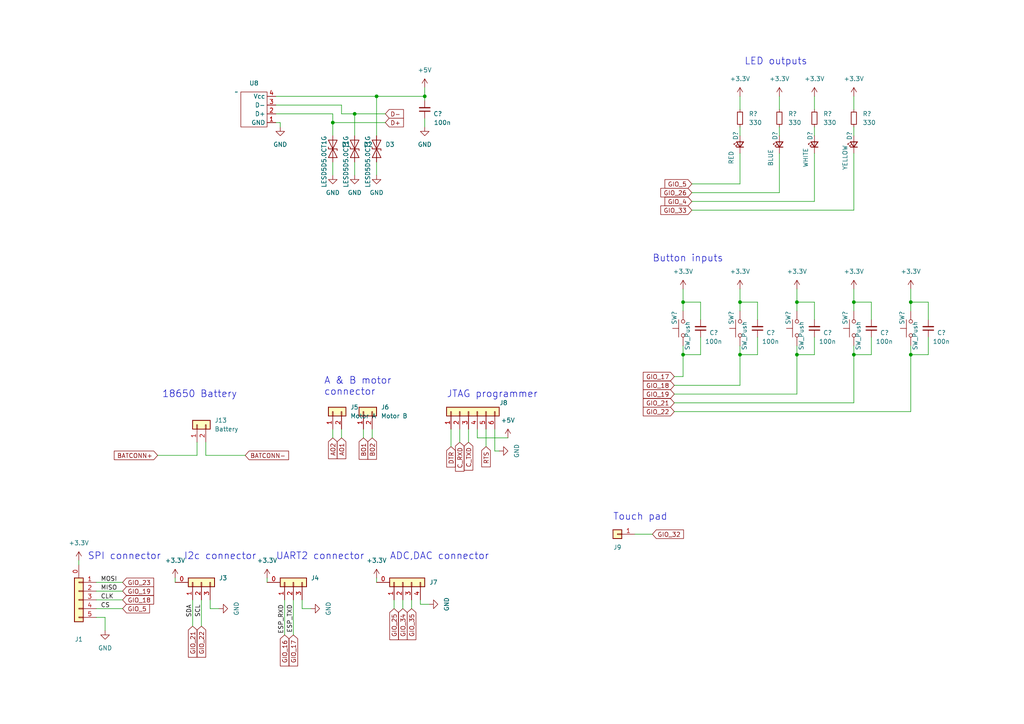
<source format=kicad_sch>
(kicad_sch (version 20230121) (generator eeschema)
  (paper "A4")
  (lib_symbols
    (symbol "Conn_01x03_1" (pin_names (offset 1.016) hide)
      (property "Reference" "J3" (at 1.27 -5.08 90))
      (symbol "Conn_01x03_1_1_1"
        (rectangle (start -1.27 -2.413) (end 0 -2.667) (stroke (width 0.1524)))
        (rectangle (start -1.27 0.127) (end 0 -0.127) (stroke (width 0.1524)))
        (rectangle (start -1.27 2.667) (end 0 2.413) (stroke (width 0.1524)))
        (rectangle (start -1.27 3.81) (end 1.27 -3.81) (stroke (width 0.254)) (fill (type background)))
        (pin passive line (at 0 7.62 270) (length 3.81) (name "Pin_1") (number "0"))
        (pin passive line (at -5.08 2.54 0) (length 3.81) (name "Pin_1") (number "1"))
        (pin passive line (at -5.08 0 0) (length 3.81) (name "Pin_2") (number "2"))
        (pin passive line (at -5.08 -2.54 0) (length 3.81) (name "Pin_3") (number "3"))
      )
    )
    (symbol "Connector_Generic:Conn_01x01" (pin_names (offset 1.016) hide)
      (property "Reference" "J" (at 0 2.54 0))
      (property "Value" "Conn_01x01" (at 0 -2.54 0))
      (symbol "Conn_01x01_1_1"
        (rectangle (start -1.27 0.127) (end 0 -0.127) (stroke (width 0.1524)))
        (rectangle (start -1.27 1.27) (end 1.27 -1.27) (stroke (width 0.254)) (fill (type background)))
        (pin passive line (at -5.08 0 0) (length 3.81) (name "Pin_1") (number "1"))
      )
    )
    (symbol "Connector_Generic:Conn_01x02" (pin_names (offset 1.016) hide)
      (property "Reference" "J" (at 0 2.54 0))
      (property "Value" "Conn_01x02" (at 0 -5.08 0))
      (symbol "Conn_01x02_1_1"
        (rectangle (start -1.27 -2.413) (end 0 -2.667) (stroke (width 0.1524)))
        (rectangle (start -1.27 0.127) (end 0 -0.127) (stroke (width 0.1524)))
        (rectangle (start -1.27 1.27) (end 1.27 -3.81) (stroke (width 0.254)) (fill (type background)))
        (pin passive line (at -5.08 0 0) (length 3.81) (name "Pin_1") (number "1"))
        (pin passive line (at -5.08 -2.54 0) (length 3.81) (name "Pin_2") (number "2"))
      )
    )
    (symbol "Connector_Generic:Conn_01x03" (pin_names (offset 1.016) hide)
      (property "Reference" "J4" (at 1.27 -5.08 90))
      (symbol "Conn_01x03_1_1"
        (rectangle (start -1.27 -2.413) (end 0 -2.667) (stroke (width 0.1524)))
        (rectangle (start -1.27 0.127) (end 0 -0.127) (stroke (width 0.1524)))
        (rectangle (start -1.27 2.667) (end 0 2.413) (stroke (width 0.1524)))
        (rectangle (start -1.27 3.81) (end 1.27 -3.81) (stroke (width 0.254)) (fill (type background)))
        (pin passive line (at 0 7.62 270) (length 3.81) (name "Pin_1") (number "0"))
        (pin passive line (at -5.08 2.54 0) (length 3.81) (name "Pin_1") (number "1"))
        (pin passive line (at -5.08 0 0) (length 3.81) (name "Pin_2") (number "2"))
        (pin passive line (at -5.08 -2.54 0) (length 3.81) (name "Pin_3") (number "3"))
      )
    )
    (symbol "Connector_Generic:Conn_01x04" (pin_names (offset 1.016) hide)
      (property "Reference" "J7" (at 0 -8.89 90))
      (symbol "Conn_01x04_1_1"
        (rectangle (start -1.27 -4.953) (end 0 -5.207) (stroke (width 0.1524)))
        (rectangle (start -1.27 -2.413) (end 0 -2.667) (stroke (width 0.1524)))
        (rectangle (start -1.27 0.127) (end 0 -0.127) (stroke (width 0.1524)))
        (rectangle (start -1.27 2.667) (end 0 2.413) (stroke (width 0.1524)))
        (rectangle (start -1.27 3.81) (end 1.27 -6.35) (stroke (width 0.254)) (fill (type background)))
        (pin passive line (at 0 7.62 270) (length 3.81) (name "Pin_1") (number "0"))
        (pin passive line (at -5.08 2.54 0) (length 3.81) (name "Pin_1") (number "1"))
        (pin passive line (at -5.08 0 0) (length 3.81) (name "Pin_2") (number "2"))
        (pin passive line (at -5.08 -2.54 0) (length 3.81) (name "Pin_3") (number "3"))
        (pin passive line (at -5.08 -5.08 0) (length 3.81) (name "Pin_4") (number "4"))
      )
    )
    (symbol "Connector_Generic:Conn_01x05" (pin_names (offset 1.016) hide)
      (property "Reference" "J1" (at 0 -11.43 0))
      (symbol "Conn_01x05_1_1"
        (rectangle (start -1.27 -4.953) (end 0 -5.207) (stroke (width 0.1524)))
        (rectangle (start -1.27 -2.413) (end 0 -2.667) (stroke (width 0.1524)))
        (rectangle (start -1.27 0.127) (end 0 -0.127) (stroke (width 0.1524)))
        (rectangle (start -1.27 2.667) (end 0 2.413) (stroke (width 0.1524)))
        (rectangle (start -1.27 5.207) (end 0 4.953) (stroke (width 0.1524)))
        (rectangle (start -1.27 6.35) (end 1.27 -6.35) (stroke (width 0.254)) (fill (type background)))
        (pin passive line (at 0 10.16 270) (length 3.81) (name "Pin_1") (number "0"))
        (pin passive line (at -5.08 5.08 0) (length 3.81) (name "Pin_1") (number "1"))
        (pin passive line (at -5.08 2.54 0) (length 3.81) (name "Pin_2") (number "2"))
        (pin passive line (at -5.08 0 0) (length 3.81) (name "Pin_3") (number "3"))
        (pin passive line (at -5.08 -2.54 0) (length 3.81) (name "Pin_4") (number "4"))
        (pin passive line (at -5.08 -5.08 0) (length 3.81) (name "Pin_5") (number "5"))
      )
    )
    (symbol "Connector_Generic:Conn_01x06" (pin_names (offset 1.016) hide)
      (property "Reference" "J" (at 0 7.62 0))
      (property "Value" "Conn_01x06" (at 0 -10.16 0))
      (symbol "Conn_01x06_1_1"
        (rectangle (start -1.27 -7.493) (end 0 -7.747) (stroke (width 0.1524)))
        (rectangle (start -1.27 -4.953) (end 0 -5.207) (stroke (width 0.1524)))
        (rectangle (start -1.27 -2.413) (end 0 -2.667) (stroke (width 0.1524)))
        (rectangle (start -1.27 0.127) (end 0 -0.127) (stroke (width 0.1524)))
        (rectangle (start -1.27 2.667) (end 0 2.413) (stroke (width 0.1524)))
        (rectangle (start -1.27 5.207) (end 0 4.953) (stroke (width 0.1524)))
        (rectangle (start -1.27 6.35) (end 1.27 -8.89) (stroke (width 0.254)) (fill (type background)))
        (pin passive line (at -5.08 5.08 0) (length 3.81) (name "Pin_1") (number "1"))
        (pin passive line (at -5.08 2.54 0) (length 3.81) (name "Pin_2") (number "2"))
        (pin passive line (at -5.08 0 0) (length 3.81) (name "Pin_3") (number "3"))
        (pin passive line (at -5.08 -2.54 0) (length 3.81) (name "Pin_4") (number "4"))
        (pin passive line (at -5.08 -5.08 0) (length 3.81) (name "Pin_5") (number "5"))
        (pin passive line (at -5.08 -7.62 0) (length 3.81) (name "Pin_6") (number "6"))
      )
    )
    (symbol "Device:C_Small" (pin_numbers hide) (pin_names (offset 0.254) hide)
      (property "Reference" "C" (at 0.254 1.778 0))
      (property "Value" "C_Small" (at 0.254 -2.032 0))
      (symbol "C_Small_0_1"
        (polyline (pts (xy -1.524 -0.508) (xy 1.524 -0.508)) (stroke (width 0.3302)))
        (polyline (pts (xy -1.524 0.508) (xy 1.524 0.508)) (stroke (width 0.3048)))
      )
      (symbol "C_Small_1_1"
        (pin passive line (at 0 2.54 270) (length 2.032) (name "~") (number "1"))
        (pin passive line (at 0 -2.54 90) (length 2.032) (name "~") (number "2"))
      )
    )
    (symbol "Device:LED_Small" (pin_numbers hide) (pin_names (offset 0.254) hide)
      (property "Reference" "D" (at -1.27 3.175 0))
      (property "Value" "LED_Small" (at -4.445 -2.54 0))
      (symbol "LED_Small_0_1"
        (polyline (pts (xy -0.762 -1.016) (xy -0.762 1.016)) (stroke (width 0.254)))
        (polyline (pts (xy 1.016 0) (xy -0.762 0)))
        (polyline (pts (xy 0.762 -1.016) (xy -0.762 0) (xy 0.762 1.016) (xy 0.762 -1.016)) (stroke (width 0.254)))
        (polyline (pts (xy 0 0.762) (xy -0.508 1.27) (xy -0.254 1.27) (xy -0.508 1.27) (xy -0.508 1.016)))
        (polyline (pts (xy 0.508 1.27) (xy 0 1.778) (xy 0.254 1.778) (xy 0 1.778) (xy 0 1.524)))
      )
      (symbol "LED_Small_1_1"
        (pin passive line (at -2.54 0 0) (length 1.778) (name "K") (number "1"))
        (pin passive line (at 2.54 0 180) (length 1.778) (name "A") (number "2"))
      )
    )
    (symbol "Device:R_Small" (pin_numbers hide) (pin_names (offset 0.254) hide)
      (property "Reference" "R" (at 0.762 0.508 0))
      (property "Value" "R_Small" (at 0.762 -1.016 0))
      (symbol "R_Small_0_1"
        (rectangle (start -0.762 1.778) (end 0.762 -1.778) (stroke (width 0.2032)))
      )
      (symbol "R_Small_1_1"
        (pin passive line (at 0 2.54 270) (length 0.762) (name "~") (number "1"))
        (pin passive line (at 0 -2.54 90) (length 0.762) (name "~") (number "2"))
      )
    )
    (symbol "Diode:ESD9B3.3ST5G" (pin_numbers hide) (pin_names (offset 1.016) hide)
      (property "Reference" "D" (at 0 2.54 0))
      (property "Value" "ESD9B3.3ST5G" (at 0 -2.54 0))
      (symbol "ESD9B3.3ST5G_0_1"
        (polyline (pts (xy 1.27 0) (xy -1.27 0)))
        (polyline (pts (xy -2.54 -1.27) (xy 0 0) (xy -2.54 1.27) (xy -2.54 -1.27)) (stroke (width 0.2032)))
        (polyline (pts (xy 0.508 1.27) (xy 0 1.27) (xy 0 -1.27) (xy -0.508 -1.27)) (stroke (width 0.2032)))
        (polyline (pts (xy 2.54 1.27) (xy 2.54 -1.27) (xy 0 0) (xy 2.54 1.27)) (stroke (width 0.2032)))
      )
      (symbol "ESD9B3.3ST5G_1_1"
        (pin passive line (at -3.81 0 0) (length 2.54) (name "A1") (number "1"))
        (pin passive line (at 3.81 0 180) (length 2.54) (name "A2") (number "2"))
      )
    )
    (symbol "GND_1" (power) (pin_numbers hide) (pin_names (offset 0) hide)
      (property "Value" "GND_1" (at 0 -3.81 0))
      (symbol "GND_1_0_1"
        (polyline (pts (xy 0 0) (xy 0 -1.27) (xy 1.27 -1.27) (xy 0 -2.54) (xy -1.27 -1.27) (xy 0 -1.27)))
      )
      (symbol "GND_1_1_1"
        (pin power_in line (at 0 0 270) (length 0) hide (name "GND") (number "1"))
      )
    )
    (symbol "Switch:SW_Push" (pin_numbers hide) (pin_names (offset 1.016) hide)
      (property "Reference" "SW" (at 1.27 2.54 0))
      (property "Value" "SW_Push" (at 0 -1.524 0))
      (symbol "SW_Push_0_1"
        (circle (center -2.032 0) (radius 0.508))
        (polyline (pts (xy 0 1.27) (xy 0 3.048)))
        (polyline (pts (xy 2.54 1.27) (xy -2.54 1.27)))
        (circle (center 2.032 0) (radius 0.508))
        (pin passive line (at -5.08 0 0) (length 2.54) (name "1") (number "1"))
        (pin passive line (at 5.08 0 180) (length 2.54) (name "2") (number "2"))
      )
    )
    (symbol "TP4056:TypeC254"
      (property "Reference" "U" (at 8.89 1.27 0))
      (symbol "TypeC254_0_1"
        (rectangle (start 0 10.16) (end 7.62 0))
      )
      (symbol "TypeC254_1_1"
        (pin input line (at -2.54 8.89 0) (length 2.54) (name "GND") (number "1"))
        (pin input line (at -2.54 6.35 0) (length 2.54) (name "D+") (number "2"))
        (pin free line (at -2.54 3.81 0) (length 2.54) (name "D-") (number "3"))
        (pin input line (at -2.54 1.27 0) (length 2.54) (name "Vcc") (number "4"))
      )
    )
    (symbol "power:+3.3V" (power) (pin_numbers hide) (pin_names (offset 0) hide)
      (property "Value" "+3.3V" (at 0 3.556 0))
      (symbol "+3.3V_0_1"
        (polyline (pts (xy -0.762 1.27) (xy 0 2.54)))
        (polyline (pts (xy 0 0) (xy 0 2.54)))
        (polyline (pts (xy 0 2.54) (xy 0.762 1.27)))
      )
      (symbol "+3.3V_1_1"
        (pin power_in line (at 0 0 90) (length 0) hide (name "+3.3V") (number "1"))
      )
    )
    (symbol "power:+5V" (power) (pin_numbers hide) (pin_names (offset 0) hide)
      (property "Value" "+5V" (at 0 3.556 0))
      (symbol "+5V_0_1"
        (polyline (pts (xy -0.762 1.27) (xy 0 2.54)))
        (polyline (pts (xy 0 0) (xy 0 2.54)))
        (polyline (pts (xy 0 2.54) (xy 0.762 1.27)))
      )
      (symbol "+5V_1_1"
        (pin power_in line (at 0 0 90) (length 0) hide (name "+5V") (number "1"))
      )
    )
    (symbol "power:GND" (power) (pin_numbers hide) (pin_names (offset 0) hide)
      (property "Value" "GND" (at 0 -3.81 0))
      (symbol "GND_0_1"
        (polyline (pts (xy 0 0) (xy 0 -1.27) (xy 1.27 -1.27) (xy 0 -2.54) (xy -1.27 -1.27) (xy 0 -1.27)))
      )
      (symbol "GND_1_1"
        (pin power_in line (at 0 0 270) (length 0) hide (name "GND") (number "1"))
      )
    )
  )
  (junction (at 96.52 35.56))
  (junction (at 264.16 87.63))
  (junction (at 247.65 102.87))
  (junction (at 247.65 87.63))
  (junction (at 264.16 102.87))
  (junction (at 198.12 102.87))
  (junction (at 102.87 33.02))
  (junction (at 231.14 102.87))
  (junction (at 109.22 27.94))
  (junction (at 214.63 102.87))
  (junction (at 123.19 27.94))
  (junction (at 214.63 87.63))
  (junction (at 231.14 87.63))
  (junction (at 198.12 87.63))
  (wire (pts (xy 214.63 27.94) (xy 214.63 31.75)))
  (wire (pts (xy 247.65 100.33) (xy 247.65 102.87)))
  (wire (pts (xy 123.19 36.83) (xy 123.19 34.29)))
  (wire (pts (xy 82.55 173.99) (xy 82.55 184.15)))
  (wire (pts (xy 27.94 176.53) (xy 35.56 176.53)))
  (wire (pts (xy 236.22 58.42) (xy 200.66 58.42)))
  (wire (pts (xy 59.69 132.08) (xy 59.69 128.27)))
  (wire (pts (xy 264.16 87.63) (xy 269.24 87.63)))
  (wire (pts (xy 214.63 83.82) (xy 214.63 87.63)))
  (wire (pts (xy 247.65 87.63) (xy 247.65 90.17)))
  (wire (pts (xy 219.71 97.79) (xy 219.71 102.87)))
  (wire (pts (xy 184.15 154.94) (xy 189.23 154.94)))
  (wire (pts (xy 50.8 167.64) (xy 50.8 168.91)))
  (wire (pts (xy 80.01 33.02) (xy 96.52 33.02)))
  (wire (pts (xy 77.47 167.64) (xy 77.47 168.91)))
  (wire (pts (xy 252.73 97.79) (xy 252.73 102.87)))
  (wire (pts (xy 236.22 44.45) (xy 236.22 58.42)))
  (wire (pts (xy 102.87 33.02) (xy 102.87 39.37)))
  (wire (pts (xy 87.63 176.53) (xy 87.63 173.99)))
  (wire (pts (xy 226.06 27.94) (xy 226.06 31.75)))
  (wire (pts (xy 219.71 92.71) (xy 219.71 87.63)))
  (wire (pts (xy 226.06 36.83) (xy 226.06 39.37)))
  (wire (pts (xy 81.28 35.56) (xy 80.01 35.56)))
  (wire (pts (xy 219.71 102.87) (xy 214.63 102.87)))
  (wire (pts (xy 96.52 46.99) (xy 96.52 50.8)))
  (wire (pts (xy 195.58 111.76) (xy 214.63 111.76)))
  (wire (pts (xy 269.24 92.71) (xy 269.24 87.63)))
  (wire (pts (xy 252.73 102.87) (xy 247.65 102.87)))
  (wire (pts (xy 231.14 87.63) (xy 236.22 87.63)))
  (wire (pts (xy 264.16 100.33) (xy 264.16 102.87)))
  (wire (pts (xy 236.22 97.79) (xy 236.22 102.87)))
  (wire (pts (xy 27.94 173.99) (xy 35.56 173.99)))
  (wire (pts (xy 135.89 128.27) (xy 135.89 124.46)))
  (wire (pts (xy 231.14 83.82) (xy 231.14 87.63)))
  (wire (pts (xy 247.65 36.83) (xy 247.65 39.37)))
  (wire (pts (xy 138.43 127) (xy 147.32 127)))
  (wire (pts (xy 236.22 102.87) (xy 231.14 102.87)))
  (wire (pts (xy 264.16 87.63) (xy 264.16 90.17)))
  (wire (pts (xy 60.96 176.53) (xy 60.96 173.99)))
  (wire (pts (xy 80.01 27.94) (xy 109.22 27.94)))
  (wire (pts (xy 27.94 179.07) (xy 30.48 179.07)))
  (wire (pts (xy 236.22 27.94) (xy 236.22 31.75)))
  (wire (pts (xy 203.2 97.79) (xy 203.2 102.87)))
  (wire (pts (xy 195.58 114.3) (xy 231.14 114.3)))
  (wire (pts (xy 236.22 92.71) (xy 236.22 87.63)))
  (wire (pts (xy 200.66 53.34) (xy 214.63 53.34)))
  (wire (pts (xy 236.22 36.83) (xy 236.22 39.37)))
  (wire (pts (xy 133.35 128.27) (xy 133.35 124.46)))
  (wire (pts (xy 195.58 116.84) (xy 247.65 116.84)))
  (wire (pts (xy 214.63 36.83) (xy 214.63 39.37)))
  (wire (pts (xy 111.76 33.02) (xy 102.87 33.02)))
  (wire (pts (xy 195.58 109.22) (xy 198.12 109.22)))
  (wire (pts (xy 116.84 173.99) (xy 116.84 176.53)))
  (wire (pts (xy 107.95 127) (xy 107.95 124.46)))
  (wire (pts (xy 198.12 100.33) (xy 198.12 102.87)))
  (wire (pts (xy 121.92 175.26) (xy 121.92 173.99)))
  (wire (pts (xy 198.12 109.22) (xy 198.12 102.87)))
  (wire (pts (xy 130.81 124.46) (xy 130.81 129.54)))
  (wire (pts (xy 119.38 173.99) (xy 119.38 176.53)))
  (wire (pts (xy 58.42 173.99) (xy 58.42 181.61)))
  (wire (pts (xy 214.63 87.63) (xy 219.71 87.63)))
  (wire (pts (xy 203.2 102.87) (xy 198.12 102.87)))
  (wire (pts (xy 252.73 92.71) (xy 252.73 87.63)))
  (wire (pts (xy 96.52 35.56) (xy 96.52 39.37)))
  (wire (pts (xy 138.43 127) (xy 138.43 124.46)))
  (wire (pts (xy 45.72 132.08) (xy 57.15 132.08)))
  (wire (pts (xy 214.63 53.34) (xy 214.63 44.45)))
  (wire (pts (xy 99.06 30.48) (xy 80.01 30.48)))
  (wire (pts (xy 27.94 171.45) (xy 35.56 171.45)))
  (wire (pts (xy 214.63 87.63) (xy 214.63 90.17)))
  (wire (pts (xy 247.65 27.94) (xy 247.65 31.75)))
  (wire (pts (xy 247.65 60.96) (xy 247.65 44.45)))
  (wire (pts (xy 269.24 102.87) (xy 264.16 102.87)))
  (wire (pts (xy 269.24 97.79) (xy 269.24 102.87)))
  (wire (pts (xy 99.06 33.02) (xy 99.06 30.48)))
  (wire (pts (xy 140.97 124.46) (xy 140.97 129.54)))
  (wire (pts (xy 99.06 124.46) (xy 99.06 127)))
  (wire (pts (xy 143.51 130.81) (xy 143.51 124.46)))
  (wire (pts (xy 30.48 179.07) (xy 30.48 182.88)))
  (wire (pts (xy 102.87 46.99) (xy 102.87 50.8)))
  (wire (pts (xy 247.65 87.63) (xy 252.73 87.63)))
  (wire (pts (xy 109.22 167.64) (xy 109.22 168.91)))
  (wire (pts (xy 27.94 168.91) (xy 35.56 168.91)))
  (wire (pts (xy 247.65 83.82) (xy 247.65 87.63)))
  (wire (pts (xy 96.52 33.02) (xy 96.52 35.56)))
  (wire (pts (xy 214.63 111.76) (xy 214.63 102.87)))
  (wire (pts (xy 231.14 87.63) (xy 231.14 90.17)))
  (wire (pts (xy 96.52 124.46) (xy 96.52 127)))
  (wire (pts (xy 63.5 176.53) (xy 60.96 176.53)))
  (wire (pts (xy 124.46 175.26) (xy 121.92 175.26)))
  (wire (pts (xy 123.19 25.4) (xy 123.19 27.94)))
  (wire (pts (xy 231.14 100.33) (xy 231.14 102.87)))
  (wire (pts (xy 264.16 119.38) (xy 264.16 102.87)))
  (wire (pts (xy 85.09 173.99) (xy 85.09 184.15)))
  (wire (pts (xy 55.88 173.99) (xy 55.88 181.61)))
  (wire (pts (xy 109.22 46.99) (xy 109.22 50.8)))
  (wire (pts (xy 195.58 119.38) (xy 264.16 119.38)))
  (wire (pts (xy 214.63 100.33) (xy 214.63 102.87)))
  (wire (pts (xy 123.19 27.94) (xy 123.19 29.21)))
  (wire (pts (xy 22.86 162.56) (xy 22.86 163.83)))
  (wire (pts (xy 226.06 55.88) (xy 226.06 44.45)))
  (wire (pts (xy 264.16 83.82) (xy 264.16 87.63)))
  (wire (pts (xy 109.22 27.94) (xy 123.19 27.94)))
  (wire (pts (xy 59.69 132.08) (xy 71.12 132.08)))
  (wire (pts (xy 198.12 87.63) (xy 198.12 90.17)))
  (wire (pts (xy 57.15 128.27) (xy 57.15 132.08)))
  (wire (pts (xy 90.17 176.53) (xy 87.63 176.53)))
  (wire (pts (xy 231.14 114.3) (xy 231.14 102.87)))
  (wire (pts (xy 81.28 36.83) (xy 81.28 35.56)))
  (wire (pts (xy 114.3 176.53) (xy 114.3 173.99)))
  (wire (pts (xy 200.66 60.96) (xy 247.65 60.96)))
  (wire (pts (xy 111.76 35.56) (xy 96.52 35.56)))
  (wire (pts (xy 102.87 33.02) (xy 99.06 33.02)))
  (wire (pts (xy 200.66 55.88) (xy 226.06 55.88)))
  (wire (pts (xy 105.41 127) (xy 105.41 124.46)))
  (wire (pts (xy 198.12 87.63) (xy 203.2 87.63)))
  (wire (pts (xy 109.22 27.94) (xy 109.22 39.37)))
  (wire (pts (xy 203.2 92.71) (xy 203.2 87.63)))
  (wire (pts (xy 198.12 83.82) (xy 198.12 87.63)))
  (wire (pts (xy 247.65 116.84) (xy 247.65 102.87)))
  (wire (pts (xy 144.78 130.81) (xy 143.51 130.81)))
  (text "ADC,DAC connector" (at 113.03 162.56 0) (effects (font (size 2 2)) (justify left bottom)))
  (text "JTAG programmer\n" (at 129.54 115.57 0) (effects (font (size 2 2)) (justify left bottom)))
  (text "UART2 connector\n" (at 80.01 162.56 0) (effects (font (size 2 2)) (justify left bottom)))
  (text "18650 Battery\n" (at 46.99 115.57 0) (effects (font (size 2 2)) (justify left bottom)))
  (text "LED outputs\n" (at 215.9 19.05 0) (effects (font (size 2 2)) (justify left bottom)))
  (text "Touch pad" (at 177.8 151.13 0) (effects (font (size 2 2)) (justify left bottom)))
  (text "I2c connector" (at 53.34 162.56 0) (effects (font (size 2 2)) (justify left bottom)))
  (text "SPI connector\n" (at 25.4 162.56 0) (effects (font (size 2 2)) (justify left bottom)))
  (text "Button inputs" (at 189.23 76.2 0) (effects (font (size 2 2)) (justify left bottom)))
  (text "A & B motor\nconnector\n\n" (at 93.98 118.11 0) (effects (font (size 2 2)) (justify left bottom)))
  (label "SDA" (at 55.88 175.26 270))
  (label "SCL" (at 58.42 175.26 270))
  (label "ESP_TXD" (at 85.09 175.26 270))
  (label "MISO" (at 29.21 171.45 0))
  (label "MOSI" (at 29.21 168.91 0))
  (label "ESP_RXD" (at 82.55 175.26 270))
  (label "CLK" (at 29.21 173.99 0))
  (label "CS" (at 29.21 176.53 0))
  (global_label "GIO_21" (shape input) (at 195.58 116.84 180) (property "Intersheetrefs" "${INTERSHEET_REFS}" (effects hide)))
  (global_label "GIO_34" (shape input) (at 116.84 176.53 270) (property "Intersheetrefs" "${INTERSHEET_REFS}" (effects hide)))
  (global_label "BO1" (shape input) (at 105.41 127 270) (property "Intersheetrefs" "${INTERSHEET_REFS}" (effects hide)))
  (global_label "GIO_23" (shape input) (at 35.56 168.91 0) (property "Intersheetrefs" "${INTERSHEET_REFS}" (effects hide)))
  (global_label "GIO_26" (shape input) (at 200.66 55.88 180) (property "Intersheetrefs" "${INTERSHEET_REFS}" (effects hide)))
  (global_label "GIO_19" (shape input) (at 35.56 171.45 0) (property "Intersheetrefs" "${INTERSHEET_REFS}" (effects hide)))
  (global_label "D-" (shape input) (at 111.76 33.02 0) (property "Intersheetrefs" "${INTERSHEET_REFS}" (effects hide)))
  (global_label "C_RXD" (shape input) (at 133.35 128.27 270) (property "Intersheetrefs" "${INTERSHEET_REFS}" (effects hide)))
  (global_label "GIO_25" (shape input) (at 114.3 176.53 270) (property "Intersheetrefs" "${INTERSHEET_REFS}" (effects hide)))
  (global_label "D+" (shape input) (at 111.76 35.56 0) (property "Intersheetrefs" "${INTERSHEET_REFS}" (effects hide)))
  (global_label "AO1" (shape input) (at 99.06 127 270) (property "Intersheetrefs" "${INTERSHEET_REFS}" (effects hide)))
  (global_label "GIO_18" (shape input) (at 195.58 111.76 180) (property "Intersheetrefs" "${INTERSHEET_REFS}" (effects hide)))
  (global_label "BATCONN+" (shape input) (at 45.72 132.08 180) (property "Intersheetrefs" "${INTERSHEET_REFS}" (effects hide)))
  (global_label "GIO_22" (shape input) (at 58.42 181.61 270) (property "Intersheetrefs" "${INTERSHEET_REFS}" (effects hide)))
  (global_label "GIO_18" (shape input) (at 35.56 173.99 0) (property "Intersheetrefs" "${INTERSHEET_REFS}" (effects hide)))
  (global_label "DTR" (shape input) (at 130.81 129.54 270) (property "Intersheetrefs" "${INTERSHEET_REFS}" (effects hide)))
  (global_label "GIO_17" (shape input) (at 85.09 184.15 270) (property "Intersheetrefs" "${INTERSHEET_REFS}" (effects hide)))
  (global_label "GIO_22" (shape input) (at 195.58 119.38 180) (property "Intersheetrefs" "${INTERSHEET_REFS}" (effects hide)))
  (global_label "GIO_17" (shape input) (at 195.58 109.22 180) (property "Intersheetrefs" "${INTERSHEET_REFS}" (effects hide)))
  (global_label "GIO_32" (shape input) (at 189.23 154.94 0) (property "Intersheetrefs" "${INTERSHEET_REFS}" (effects hide)))
  (global_label "GIO_5" (shape input) (at 200.66 53.34 180) (property "Intersheetrefs" "${INTERSHEET_REFS}" (effects hide)))
  (global_label "GIO_35" (shape input) (at 119.38 176.53 270) (property "Intersheetrefs" "${INTERSHEET_REFS}" (effects hide)))
  (global_label "C_TXD" (shape input) (at 135.89 128.27 270) (property "Intersheetrefs" "${INTERSHEET_REFS}" (effects hide)))
  (global_label "BO2" (shape input) (at 107.95 127 270) (property "Intersheetrefs" "${INTERSHEET_REFS}" (effects hide)))
  (global_label "AO2" (shape input) (at 96.52 127 270) (property "Intersheetrefs" "${INTERSHEET_REFS}" (effects hide)))
  (global_label "GIO_33" (shape input) (at 200.66 60.96 180) (property "Intersheetrefs" "${INTERSHEET_REFS}" (effects hide)))
  (global_label "BATCONN-" (shape input) (at 71.12 132.08 0) (property "Intersheetrefs" "${INTERSHEET_REFS}" (effects hide)))
  (global_label "RTS" (shape input) (at 140.97 129.54 270) (property "Intersheetrefs" "${INTERSHEET_REFS}" (effects hide)))
  (global_label "GIO_16" (shape input) (at 82.55 184.15 270) (property "Intersheetrefs" "${INTERSHEET_REFS}" (effects hide)))
  (global_label "GIO_5" (shape input) (at 35.56 176.53 0) (property "Intersheetrefs" "${INTERSHEET_REFS}" (effects hide)))
  (global_label "GIO_21" (shape input) (at 55.88 181.61 270) (property "Intersheetrefs" "${INTERSHEET_REFS}" (effects hide)))
  (global_label "GIO_4" (shape input) (at 200.66 58.42 180) (property "Intersheetrefs" "${INTERSHEET_REFS}" (effects hide)))
  (global_label "GIO_19" (shape input) (at 195.58 114.3 180) (property "Intersheetrefs" "${INTERSHEET_REFS}" (effects hide)))
  (symbol (lib_id "Device:C_Small") (at 203.2 95.25 0) (mirror x) (unit 1)
    (property "Reference" "C?" (at 205.74 96.52 0) (effects (justify left)))
    (property "Value" "100n" (at 204.47 99.06 0) (effects (justify left)))
    (property "Footprint" "Capacitor_SMD:C_0603_1608Metric_Pad1.08x0.95mm_HandSolder" (effects hide))
    (instances (project "ESPCARproject" (path "" (reference "C?") (unit 1)) (path "" (reference "C?") (unit 1)) (path "" (reference "C2") (unit 1))))
  )
  (symbol (lib_name "GND_1") (lib_id "power:GND") (at 81.28 36.83 0) (unit 1)
    (property "Reference" "#PWR?" (effects hide))
    (property "Value" "GND" (at 81.28 41.91 0))
    (instances (project "ESPCARproject" (path "" (reference "#PWR?") (unit 1)) (path "" (reference "#PWR?") (unit 1)) (path "" (reference "#PWR01") (unit 1))))
  )
  (symbol (lib_id "Device:R_Small") (at 236.22 34.29 0) (unit 1)
    (property "Reference" "R?" (at 238.76 33.02 0) (effects (justify left)))
    (property "Value" "330" (at 238.76 35.56 0) (effects (justify left)))
    (property "Footprint" "Resistor_SMD:R_0603_1608Metric_Pad0.98x0.95mm_HandSolder" (effects hide))
    (instances (project "ESPCARproject" (path "" (reference "R?") (unit 1)) (path "" (reference "R6") (unit 1))))
  )
  (symbol (lib_id "power:GND") (at 30.48 182.88 0) (mirror y) (unit 1)
    (property "Reference" "#PWR02" (effects hide))
    (property "Value" "GND" (at 30.48 187.96 0))
  )
  (symbol (lib_id "Diode:ESD9B3.3ST5G") (at 96.52 43.18 90) (unit 1)
    (property "Reference" "D1" (at 99.06 41.91 90) (effects (justify right)))
    (property "Value" "LESD5D5.0CT1G" (at 93.98 39.37 0) (effects (justify right)))
    (property "Footprint" "Diode_SMD:D_SOD-523" (effects hide))
    (property "Datasheet" "https://www.onsemi.com/pub/Collateral/ESD9B-D.PDF" (effects hide))
  )
  (symbol (lib_id "power:GND") (at 144.78 130.81 90) (mirror x) (unit 1)
    (property "Reference" "#PWR014" (effects hide))
    (property "Value" "GND" (at 149.86 130.81 0))
  )
  (symbol (lib_id "Device:C_Small") (at 219.71 95.25 0) (mirror x) (unit 1)
    (property "Reference" "C?" (at 222.25 96.52 0) (effects (justify left)))
    (property "Value" "100n" (at 220.98 99.06 0) (effects (justify left)))
    (property "Footprint" "Capacitor_SMD:C_0603_1608Metric_Pad1.08x0.95mm_HandSolder" (effects hide))
    (instances (project "ESPCARproject" (path "" (reference "C?") (unit 1)) (path "" (reference "C?") (unit 1)) (path "" (reference "C3") (unit 1))))
  )
  (symbol (lib_name "GND_1") (lib_id "power:GND") (at 123.19 36.83 0) (unit 1)
    (property "Reference" "#PWR?" (effects hide))
    (property "Value" "GND" (at 123.19 41.91 0))
    (instances (project "ESPCARproject" (path "" (reference "#PWR?") (unit 1)) (path "" (reference "#PWR?") (unit 1)) (path "" (reference "#PWR012") (unit 1))))
  )
  (symbol (lib_id "Switch:SW_Push") (at 214.63 95.25 90) (unit 1)
    (property "Reference" "SW?" (at 212.09 90.17 0) (effects (justify right)))
    (property "Value" "SW_Push" (at 215.9 101.6 0) (effects (justify left)))
    (property "Footprint" "Button_Switch_SMD:SW_Push_SPST_NO_Alps_SKRK" (effects hide))
    (instances (project "ESPCARproject" (path "" (reference "SW?") (unit 1)) (path "" (reference "SW2") (unit 1))))
  )
  (symbol (lib_id "power:+3.3V") (at 214.63 83.82 0) (mirror y) (unit 1)
    (property "Reference" "#PWR?" (effects hide))
    (property "Value" "+3.3V" (at 214.63 78.74 0))
    (instances (project "ESPCARproject" (path "" (reference "#PWR?") (unit 1)) (path "" (reference "#PWR?") (unit 1)) (path "" (reference "#PWR019") (unit 1))))
  )
  (symbol (lib_id "power:GND") (at 96.52 50.8 0) (mirror y) (unit 1)
    (property "Reference" "#PWR08" (effects hide))
    (property "Value" "GND" (at 96.52 55.88 0))
  )
  (symbol (lib_id "Device:C_Small") (at 252.73 95.25 0) (mirror x) (unit 1)
    (property "Reference" "C?" (at 255.27 96.52 0) (effects (justify left)))
    (property "Value" "100n" (at 254 99.06 0) (effects (justify left)))
    (property "Footprint" "Capacitor_SMD:C_0603_1608Metric_Pad1.08x0.95mm_HandSolder" (effects hide))
    (instances (project "ESPCARproject" (path "" (reference "C?") (unit 1)) (path "" (reference "C?") (unit 1)) (path "" (reference "C5") (unit 1))))
  )
  (symbol (lib_name "Conn_01x03_1") (lib_id "Connector_Generic:Conn_01x03") (at 58.42 168.91 90) (unit 1)
    (property "Reference" "J3" (at 63.5 167.64 90) (effects (justify right)))
    (property "Value" "I2c" (effects hide))
    (property "Footprint" "Connector_PinHeader_2.54mm:PinHeader_1x03_P2.54mm_Vertical" (effects hide))
  )
  (symbol (lib_id "Device:R_Small") (at 214.63 34.29 0) (unit 1)
    (property "Reference" "R?" (at 217.17 33.02 0) (effects (justify left)))
    (property "Value" "330" (at 217.17 35.56 0) (effects (justify left)))
    (property "Footprint" "Resistor_SMD:R_0603_1608Metric_Pad0.98x0.95mm_HandSolder" (effects hide))
    (instances (project "ESPCARproject" (path "" (reference "R?") (unit 1)) (path "" (reference "R4") (unit 1))))
  )
  (symbol (lib_id "Switch:SW_Push") (at 247.65 95.25 90) (unit 1)
    (property "Reference" "SW?" (at 245.11 90.17 0) (effects (justify right)))
    (property "Value" "SW_Push" (at 248.92 101.6 0) (effects (justify left)))
    (property "Footprint" "Button_Switch_SMD:SW_Push_SPST_NO_Alps_SKRK" (effects hide))
    (instances (project "ESPCARproject" (path "" (reference "SW?") (unit 1)) (path "" (reference "SW4") (unit 1))))
  )
  (symbol (lib_id "power:+3.3V") (at 231.14 83.82 0) (mirror y) (unit 1)
    (property "Reference" "#PWR?" (effects hide))
    (property "Value" "+3.3V" (at 231.14 78.74 0))
    (instances (project "ESPCARproject" (path "" (reference "#PWR?") (unit 1)) (path "" (reference "#PWR?") (unit 1)) (path "" (reference "#PWR023") (unit 1))))
  )
  (symbol (lib_id "Switch:SW_Push") (at 231.14 95.25 90) (unit 1)
    (property "Reference" "SW?" (at 228.6 90.17 0) (effects (justify right)))
    (property "Value" "SW_Push" (at 232.41 101.6 0) (effects (justify left)))
    (property "Footprint" "Button_Switch_SMD:SW_Push_SPST_NO_Alps_SKRK" (effects hide))
    (instances (project "ESPCARproject" (path "" (reference "SW?") (unit 1)) (path "" (reference "SW3") (unit 1))))
  )
  (symbol (lib_id "power:+3.3V") (at 236.22 27.94 0) (unit 1)
    (property "Reference" "#PWR?" (effects hide))
    (property "Value" "+3.3V" (at 236.22 22.86 0))
    (instances (project "ESPCARproject" (path "" (reference "#PWR?") (unit 1)) (path "" (reference "#PWR024") (unit 1))))
  )
  (symbol (lib_id "Connector_Generic:Conn_01x02") (at 105.41 119.38 90) (unit 1)
    (property "Reference" "J6" (at 110.49 118.11 90) (effects (justify right)))
    (property "Value" "Motor B" (at 110.49 120.65 90) (effects (justify right)))
    (property "Footprint" "TP4056:connector_2pin_5.08" (effects hide))
  )
  (symbol (lib_id "Diode:ESD9B3.3ST5G") (at 109.22 43.18 90) (unit 1)
    (property "Reference" "D3" (at 111.76 41.91 90) (effects (justify right)))
    (property "Value" "LESD5D5.0CT1G" (at 106.68 39.37 0) (effects (justify right)))
    (property "Footprint" "Diode_SMD:D_SOD-523" (effects hide))
    (property "Datasheet" "https://www.onsemi.com/pub/Collateral/ESD9B-D.PDF" (effects hide))
  )
  (symbol (lib_id "Connector_Generic:Conn_01x02") (at 57.15 123.19 90) (unit 1)
    (property "Reference" "J13" (at 62.23 121.92 90) (effects (justify right)))
    (property "Value" "Battery" (at 62.23 124.46 90) (effects (justify right)))
    (property "Footprint" "TP4056:connector_2pin_5.08" (effects hide))
  )
  (symbol (lib_id "power:+5V") (at 123.19 25.4 0) (unit 1)
    (property "Reference" "#PWR011" (effects hide))
    (property "Value" "+5V" (at 123.19 20.32 0))
  )
  (symbol (lib_id "Device:C_Small") (at 236.22 95.25 0) (mirror x) (unit 1)
    (property "Reference" "C?" (at 238.76 96.52 0) (effects (justify left)))
    (property "Value" "100n" (at 237.49 99.06 0) (effects (justify left)))
    (property "Footprint" "Capacitor_SMD:C_0603_1608Metric_Pad1.08x0.95mm_HandSolder" (effects hide))
    (instances (project "ESPCARproject" (path "" (reference "C?") (unit 1)) (path "" (reference "C?") (unit 1)) (path "" (reference "C4") (unit 1))))
  )
  (symbol (lib_id "power:+3.3V") (at 226.06 27.94 0) (unit 1)
    (property "Reference" "#PWR?" (effects hide))
    (property "Value" "+3.3V" (at 226.06 22.86 0))
    (instances (project "ESPCARproject" (path "" (reference "#PWR?") (unit 1)) (path "" (reference "#PWR022") (unit 1))))
  )
  (symbol (lib_id "Diode:ESD9B3.3ST5G") (at 102.87 43.18 90) (unit 1)
    (property "Reference" "D2" (at 105.41 41.91 90) (effects (justify right)))
    (property "Value" "LESD5D5.0CT1G" (at 100.33 39.37 0) (effects (justify right)))
    (property "Footprint" "Diode_SMD:D_SOD-523" (effects hide))
    (property "Datasheet" "https://www.onsemi.com/pub/Collateral/ESD9B-D.PDF" (effects hide))
  )
  (symbol (lib_id "Device:C_Small") (at 269.24 95.25 0) (mirror x) (unit 1)
    (property "Reference" "C?" (at 271.78 96.52 0) (effects (justify left)))
    (property "Value" "100n" (at 270.51 99.06 0) (effects (justify left)))
    (property "Footprint" "Capacitor_SMD:C_0603_1608Metric_Pad1.08x0.95mm_HandSolder" (effects hide))
    (instances (project "ESPCARproject" (path "" (reference "C?") (unit 1)) (path "" (reference "C?") (unit 1)) (path "" (reference "C6") (unit 1))))
  )
  (symbol (lib_id "Device:LED_Small") (at 247.65 41.91 90) (unit 1)
    (property "Reference" "D?" (at 246.38 39.37 0))
    (property "Value" "YELLOW" (at 245.11 45.72 0))
    (property "Footprint" "LED_SMD:LED_0603_1608Metric_Pad1.05x0.95mm_HandSolder" (effects hide))
    (instances (project "ESPCARproject" (path "" (reference "D?") (unit 1)) (path "" (reference "D8") (unit 1))))
  )
  (symbol (lib_id "Connector_Generic:Conn_01x06") (at 135.89 119.38 90) (unit 1)
    (property "Reference" "J8" (at 146.05 116.84 90))
    (property "Value" "JTAG" (effects hide))
    (property "Footprint" "Connector_PinHeader_2.54mm:PinHeader_1x06_P2.54mm_Vertical" (effects hide))
  )
  (symbol (lib_id "TP4056:TypeC254") (at 77.47 26.67 180) (unit 1)
    (property "Reference" "U8" (at 73.66 24.13 0))
    (property "Value" "~" (at 68.58 26.67 0))
    (property "Footprint" "TP4056:TypeC_254" (effects hide))
  )
  (symbol (lib_id "power:+3.3V") (at 214.63 27.94 0) (unit 1)
    (property "Reference" "#PWR?" (effects hide))
    (property "Value" "+3.3V" (at 214.63 22.86 0))
    (instances (project "ESPCARproject" (path "" (reference "#PWR?") (unit 1)) (path "" (reference "#PWR018") (unit 1))))
  )
  (symbol (lib_id "power:GND") (at 90.17 176.53 90) (mirror x) (unit 1)
    (property "Reference" "#PWR07" (effects hide))
    (property "Value" "GND" (at 95.25 176.53 0))
  )
  (symbol (lib_id "Connector_Generic:Conn_01x05") (at 22.86 173.99 0) (mirror y) (unit 1)
    (property "Reference" "J1" (at 22.86 185.42 0))
    (property "Value" "SPI" (effects hide))
    (property "Footprint" "Connector_PinHeader_2.54mm:PinHeader_1x05_P2.54mm_Vertical" (effects hide))
  )
  (symbol (lib_id "power:+3.3V") (at 109.22 167.64 0) (unit 1)
    (property "Reference" "#PWR?" (effects hide))
    (property "Value" "+3.3V" (at 109.22 162.56 0))
    (instances (project "ESPCARproject" (path "" (reference "#PWR?") (unit 1)) (path "" (reference "#PWR06") (unit 1))))
  )
  (symbol (lib_id "power:GND") (at 63.5 176.53 90) (mirror x) (unit 1)
    (property "Reference" "#PWR04" (effects hide))
    (property "Value" "GND" (at 68.58 176.53 0))
  )
  (symbol (lib_id "Switch:SW_Push") (at 264.16 95.25 90) (unit 1)
    (property "Reference" "SW?" (at 261.62 90.17 0) (effects (justify right)))
    (property "Value" "SW_Push" (at 265.43 101.6 0) (effects (justify left)))
    (property "Footprint" "Button_Switch_SMD:SW_Push_SPST_NO_Alps_SKRK" (effects hide))
    (instances (project "ESPCARproject" (path "" (reference "SW?") (unit 1)) (path "" (reference "SW5") (unit 1))))
  )
  (symbol (lib_id "power:GND") (at 102.87 50.8 0) (mirror y) (unit 1)
    (property "Reference" "#PWR09" (effects hide))
    (property "Value" "GND" (at 102.87 55.88 0))
  )
  (symbol (lib_id "power:GND") (at 124.46 175.26 90) (mirror x) (unit 1)
    (property "Reference" "#PWR013" (effects hide))
    (property "Value" "GND" (at 129.54 175.26 0))
  )
  (symbol (lib_id "Device:LED_Small") (at 214.63 41.91 90) (unit 1)
    (property "Reference" "D?" (at 213.36 39.37 0))
    (property "Value" "RED" (at 212.09 45.72 0))
    (property "Footprint" "LED_SMD:LED_0603_1608Metric_Pad1.05x0.95mm_HandSolder" (effects hide))
    (instances (project "ESPCARproject" (path "" (reference "D?") (unit 1)) (path "" (reference "D5") (unit 1))))
  )
  (symbol (lib_id "Device:LED_Small") (at 236.22 41.91 90) (unit 1)
    (property "Reference" "D?" (at 234.95 39.37 0))
    (property "Value" "WHITE" (at 233.68 45.72 0))
    (property "Footprint" "LED_SMD:LED_0603_1608Metric_Pad1.05x0.95mm_HandSolder" (effects hide))
    (instances (project "ESPCARproject" (path "" (reference "D?") (unit 1)) (path "" (reference "D7") (unit 1))))
  )
  (symbol (lib_id "power:GND") (at 109.22 50.8 0) (mirror y) (unit 1)
    (property "Reference" "#PWR010" (effects hide))
    (property "Value" "GND" (at 109.22 55.88 0))
  )
  (symbol (lib_id "power:+3.3V") (at 198.12 83.82 0) (mirror y) (unit 1)
    (property "Reference" "#PWR?" (effects hide))
    (property "Value" "+3.3V" (at 198.12 78.74 0))
    (instances (project "ESPCARproject" (path "" (reference "#PWR?") (unit 1)) (path "" (reference "#PWR?") (unit 1)) (path "" (reference "#PWR016") (unit 1))))
  )
  (symbol (lib_id "Device:R_Small") (at 247.65 34.29 0) (unit 1)
    (property "Reference" "R?" (at 250.19 33.02 0) (effects (justify left)))
    (property "Value" "330" (at 250.19 35.56 0) (effects (justify left)))
    (property "Footprint" "Resistor_SMD:R_0603_1608Metric_Pad0.98x0.95mm_HandSolder" (effects hide))
    (instances (project "ESPCARproject" (path "" (reference "R?") (unit 1)) (path "" (reference "R7") (unit 1))))
  )
  (symbol (lib_id "power:+3.3V") (at 77.47 167.64 0) (unit 1)
    (property "Reference" "#PWR?" (effects hide))
    (property "Value" "+3.3V" (at 77.47 162.56 0))
    (instances (project "ESPCARproject" (path "" (reference "#PWR?") (unit 1)) (path "" (reference "#PWR020") (unit 1))))
  )
  (symbol (lib_id "Device:R_Small") (at 226.06 34.29 0) (unit 1)
    (property "Reference" "R?" (at 228.6 33.02 0) (effects (justify left)))
    (property "Value" "330" (at 228.6 35.56 0) (effects (justify left)))
    (property "Footprint" "Resistor_SMD:R_0603_1608Metric_Pad0.98x0.95mm_HandSolder" (effects hide))
    (instances (project "ESPCARproject" (path "" (reference "R?") (unit 1)) (path "" (reference "R5") (unit 1))))
  )
  (symbol (lib_id "power:+3.3V") (at 264.16 83.82 0) (mirror y) (unit 1)
    (property "Reference" "#PWR?" (effects hide))
    (property "Value" "+3.3V" (at 264.16 78.74 0))
    (instances (project "ESPCARproject" (path "" (reference "#PWR?") (unit 1)) (path "" (reference "#PWR?") (unit 1)) (path "" (reference "#PWR027") (unit 1))))
  )
  (symbol (lib_id "Device:LED_Small") (at 226.06 41.91 90) (unit 1)
    (property "Reference" "D?" (at 224.79 39.37 0))
    (property "Value" "BLUE" (at 223.52 45.72 0))
    (property "Footprint" "LED_SMD:LED_0603_1608Metric_Pad1.05x0.95mm_HandSolder" (effects hide))
    (instances (project "ESPCARproject" (path "" (reference "D?") (unit 1)) (path "" (reference "D6") (unit 1))))
  )
  (symbol (lib_id "Connector_Generic:Conn_01x01") (at 179.07 154.94 180) (unit 1)
    (property "Reference" "J9" (at 179.07 158.75 0))
    (property "Value" "Conn_01x01" (effects hide))
    (property "Footprint" "TP4056:ESP_touch_pad" (effects hide))
  )
  (symbol (lib_id "Connector_Generic:Conn_01x04") (at 116.84 168.91 90) (unit 1)
    (property "Reference" "J7" (at 125.73 168.91 90))
    (property "Value" "DAC & ADC" (effects hide))
    (property "Footprint" "Connector_PinHeader_2.54mm:PinHeader_1x04_P2.54mm_Vertical" (effects hide))
  )
  (symbol (lib_id "Switch:SW_Push") (at 198.12 95.25 90) (unit 1)
    (property "Reference" "SW?" (at 195.58 90.17 0) (effects (justify right)))
    (property "Value" "SW_Push" (at 199.39 101.6 0) (effects (justify left)))
    (property "Footprint" "Button_Switch_SMD:SW_Push_SPST_NO_Alps_SKRK" (effects hide))
    (instances (project "ESPCARproject" (path "" (reference "SW?") (unit 1)) (path "" (reference "SW1") (unit 1))))
  )
  (symbol (lib_id "power:+5V") (at 147.32 127 0) (unit 1)
    (property "Reference" "#PWR015" (effects hide))
    (property "Value" "+5V" (at 147.32 121.92 0))
  )
  (symbol (lib_id "Device:C_Small") (at 123.19 31.75 180) (unit 1)
    (property "Reference" "C?" (at 128.27 33.02 0) (effects (justify left)))
    (property "Value" "100n" (at 130.81 35.56 0) (effects (justify left)))
    (property "Footprint" "Capacitor_SMD:C_0603_1608Metric_Pad1.08x0.95mm_HandSolder" (effects hide))
    (instances (project "ESPCARproject" (path "" (reference "C?") (unit 1)) (path "" (reference "C?") (unit 1)) (path "" (reference "C1") (unit 1))))
  )
  (symbol (lib_id "power:+3.3V") (at 22.86 162.56 0) (unit 1)
    (property "Reference" "#PWR?" (effects hide))
    (property "Value" "+3.3V" (at 22.86 157.48 0))
    (instances (project "ESPCARproject" (path "" (reference "#PWR?") (unit 1)) (path "" (reference "#PWR021") (unit 1))))
  )
  (symbol (lib_id "Connector_Generic:Conn_01x02") (at 96.52 119.38 90) (unit 1)
    (property "Reference" "J5" (at 101.6 118.11 90) (effects (justify right)))
    (property "Value" "Motor A" (at 101.6 120.65 90) (effects (justify right)))
    (property "Footprint" "TP4056:connector_2pin_5.08" (effects hide))
  )
  (symbol (lib_id "power:+3.3V") (at 50.8 167.64 0) (unit 1)
    (property "Reference" "#PWR?" (effects hide))
    (property "Value" "+3.3V" (at 50.8 162.56 0))
    (instances (project "ESPCARproject" (path "" (reference "#PWR?") (unit 1)) (path "" (reference "#PWR030") (unit 1))))
  )
  (symbol (lib_id "power:+3.3V") (at 247.65 83.82 0) (mirror y) (unit 1)
    (property "Reference" "#PWR?" (effects hide))
    (property "Value" "+3.3V" (at 247.65 78.74 0))
    (instances (project "ESPCARproject" (path "" (reference "#PWR?") (unit 1)) (path "" (reference "#PWR?") (unit 1)) (path "" (reference "#PWR026") (unit 1))))
  )
  (symbol (lib_id "Connector_Generic:Conn_01x03") (at 85.09 168.91 90) (unit 1)
    (property "Reference" "J4" (at 90.17 167.64 90) (effects (justify right)))
    (property "Value" "UART2" (effects hide))
    (property "Footprint" "Connector_PinHeader_2.54mm:PinHeader_1x03_P2.54mm_Vertical" (effects hide))
  )
  (symbol (lib_id "power:+3.3V") (at 247.65 27.94 0) (unit 1)
    (property "Reference" "#PWR?" (effects hide))
    (property "Value" "+3.3V" (at 247.65 22.86 0))
    (instances (project "ESPCARproject" (path "" (reference "#PWR?") (unit 1)) (path "" (reference "#PWR025") (unit 1))))
  )
)
</source>
